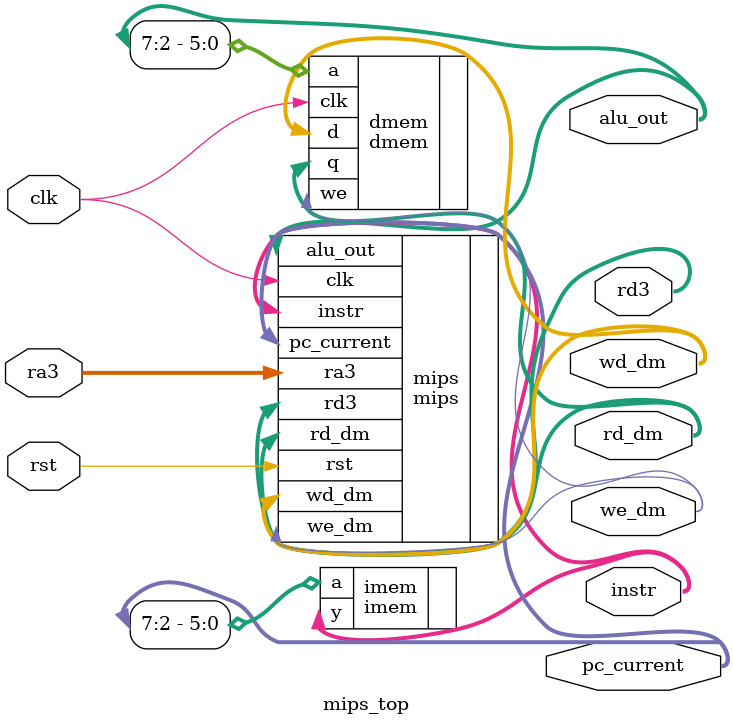
<source format=v>
module mips_top (
`ifdef SIM
         wire muldiv_enE,
         wire     muldiv_enE_qual,
         wire hilo_read_done,
         wire [31:0] instrD,
         output wire [31:0] rAT,
         output wire [31:0] rV0,
         output wire [31:0] rV1,
         output wire [31:0] rA0,
         output wire [31:0] rA1,
         output wire [31:0] rA2,

         output wire [31:0] rT0,
         output wire [31:0] rT1,
         output wire [31:0] rT2,
         output wire [31:0] rT3,
         output wire [31:0] rT4,
         output wire [31:0] rT5,
         output wire [31:0] rT6,
         output wire [31:0] rT7,

         output wire [31:0] rS0,
         output wire [31:0] rS1,
         output wire [31:0] rS2,
         output wire [31:0] rS3,
         output wire [31:0] rS4,
         output wire [31:0] rS5,
         output wire [31:0] rS6,
         output wire [31:0] rS7,

         output wire [31:0] rT8,
         output wire [31:0] rT9,

         output wire [31:0] rK0,
         output wire [31:0] rK1,

         output wire [31:0] rGP,
         output wire [31:0] rSP,
         output wire [31:0] rFP,
         output wire [31:0] rRA,

         output wire [31:0] rd1,
         output wire [2:0] a_ctrl,
         output wire [31:0] alu_pb,

         output wire [31:0] wd_rfW,

         output wire		   branchE,

         output wire		   jumpE,

         output wire		   alu_src_immE,

         output wire		   we_regE,
         output wire		   we_regM,
         output wire		   we_regW,


         output wire		   hilo_mov_opE,
         output wire		   hilo_mov_opM,
         output wire		   hilo_mov_opW,

         output wire		   hi0_lo1_selE,

         output wire		   mul0_div1_selE,
         output wire		   mul0_div1_selM,

         output wire		   dm_load_opE,

         output wire		   wr_ra_jalE,

         output wire		   jr_selE,

         output wire		   wr_ra_instrE,

         output wire		   slt_opE,

         output wire		   arith_opE,

         output wire [2:0]	   alu_ctrlE,

         output wire		   signExt0_zeroExt1E,

         output wire		   dm_load_opM,
         output wire		   dm_load_opW,

         output wire		   jal_wd_selE,
         output wire		   jal_wd_selM,
         output wire		   jal_wd_selW,

         output wire			mul0_div1_selW,

         // datapath
         output wire [31:0]		pc_plus4D,
         output wire [31:0] pc_plus4E,

         output wire        zero,
         output wire	    equalsD,

         output wire [31:0]		wd_hiloW,

         output wire [31:0]		wd_alu_dmW,

         output wire [31:0] rd1_outE,
         output wire [31:0] rd2_outE,
         output wire [31:0] sext_immE,

         output wire [4:0] rsE,
         output wire [4:0] rtE,
         output wire [4:0] rdE,
         output wire [4:0] shamtE,


         output wire [4:0] rf_waE,
         output wire [4:0] rf_waM,
         output wire [4:0] rf_waW,

         output wire [31:0] alu_outE,
         output wire [31:0] alu_outM,
         output wire [31:0] alu_outW,
         output wire [31:0] wd_dmM,
         output wire [31:0] hilo_mux_outM,
         output wire [31:0] hilo_mux_outE,
         output wire [31:0] pc_plus8M,
         output wire [31:0] pc_plus8W,

         output wire [31:0] rd_dmW,
         output wire [31:0] hilo_mux_outW,

         output wire [31:0] pc_plus8E,
`endif
         input  wire        clk,
         input  wire        rst,
         input  wire [4:0]  ra3,
         output wire        we_dm,
         output wire [31:0] pc_current,
         output wire [31:0] instr,
         output wire [31:0] alu_out,
         output wire [31:0] wd_dm,
         output wire [31:0] rd_dm,
         output wire [31:0] rd3
       );

// wire [31:0] DONT_USE;

mips mips (
`ifdef SIM
       .muldiv_enE                  (muldiv_enE),
       .muldiv_enE_qual             (muldiv_enE_qual),
       .hilo_read_done              (hilo_read_done),
       .rd1(rd1),
       .a_ctrl (a_ctrl),
       .alu_pb (alu_pb),
       .wd_rfW                      (wd_rfW),
       .branchE                     (branchE),
       .jumpE                       (jumpE),
       .alu_src_immE                (alu_src_immE),
       .we_regE                     (we_regE),
       .we_regM                     (we_regM),
       .we_regW                     (we_regW),
       .hilo_mov_opE                (hilo_mov_opE),
       .hilo_mov_opM                (hilo_mov_opM),
       .hilo_mov_opW                (hilo_mov_opW),
       .hi0_lo1_selE                (hi0_lo1_selE),
       .mul0_div1_selE              (mul0_div1_selE),
       .mul0_div1_selM              (mul0_div1_selM),
       .dm_load_opE                 (dm_load_opE),
       .wr_ra_jalE                  (wr_ra_jalE),
       .jr_selE                     (jr_selE),
       .wr_ra_instrE                (wr_ra_instrE),
       .slt_opE                     (slt_opE),
       .arith_opE                   (arith_opE),
       .alu_ctrlE                   (alu_ctrlE),
       .signExt0_zeroExt1E          (signExt0_zeroExt1E),
       .dm_load_opM                 (dm_load_opM),
       .dm_load_opW                 (dm_load_opW),
       .jal_wd_selE                 (jal_wd_selE),
       .jal_wd_selM                 (jal_wd_selM),
       .jal_wd_selW                 (jal_wd_selW),
       .mul0_div1_selW              (mul0_div1_selW),
       .pc_plus4D                   (pc_plus4D),
       .pc_plus4E                   (pc_plus4E),
       .zero                        (zero),
       .equalsD                     (equalsD),
       .wd_hiloW                    (wd_hiloW),
       .wd_alu_dmW                  (wd_alu_dmW),
       .rd1_outE                    (rd1_outE),
       .rd2_outE                    (rd2_outE),
       .sext_immE                   (sext_immE),
       .rsE                         (rsE),
       .rtE                         (rtE),
       .rdE                         (rdE),
       .shamtE                      (shamtE),
       .rf_waE                      (rf_waE),
       .rf_waM                      (rf_waM),
       .rf_waW                      (rf_waW),
       .alu_outE                    (alu_outE),
       .alu_outM                    (alu_outM),
       .alu_outW                    (alu_outW),
       .wd_dmM                      (wd_dmM),
       .hilo_mux_outM               (hilo_mux_outM),
       .hilo_mux_outE               (hilo_mux_outE),
       .pc_plus8M                   (pc_plus8M),
       .pc_plus8W                   (pc_plus8W),
       .rd_dmW                      (rd_dmW),
       .hilo_mux_outW               (hilo_mux_outW),
       .pc_plus8E                   (pc_plus8E),
       .instrD                 (instrD),

       .rAT          (rAT),
       .rV0          (rV0),
       .rV1          (rV1),
       .rA0          (rA0),
       .rA1          (rA1),
       .rA2          (rA2),
       .rT0          (rT0),
       .rT1          (rT1),
       .rT2          (rT2),
       .rT3          (rT3),
       .rT4          (rT4),
       .rT5          (rT5),
       .rT6          (rT6),
       .rT7          (rT7),
       .rS0          (rS0),
       .rS1          (rS1),
       .rS2          (rS2),
       .rS3          (rS3),
       .rS4          (rS4),
       .rS5          (rS5),
       .rS6          (rS6),
       .rS7          (rS7),
       .rT8          (rT8),
       .rT9          (rT9),
       .rK0          (rK0),
       .rK1          (rK1),
       .rGP          (rGP),
       .rSP          (rSP),
       .rFP          (rFP),
       .rRA          (rRA),
`endif
       .clk            (clk),
       .rst            (rst),
       .ra3            (ra3),
       .instr          (instr),
       .rd_dm          (rd_dm),
       .we_dm          (we_dm),
       .pc_current     (pc_current),
       .alu_out        (alu_out),
       .wd_dm          (wd_dm),
       .rd3            (rd3)
     );

imem imem (
       .a              (pc_current[7:2]),
       .y              (instr)
     );

dmem dmem (
       .clk            (clk),
       .we             (we_dm),
       .a              (alu_out[7:2]),
       .d              (wd_dm),
       .q              (rd_dm)
     );

endmodule

</source>
